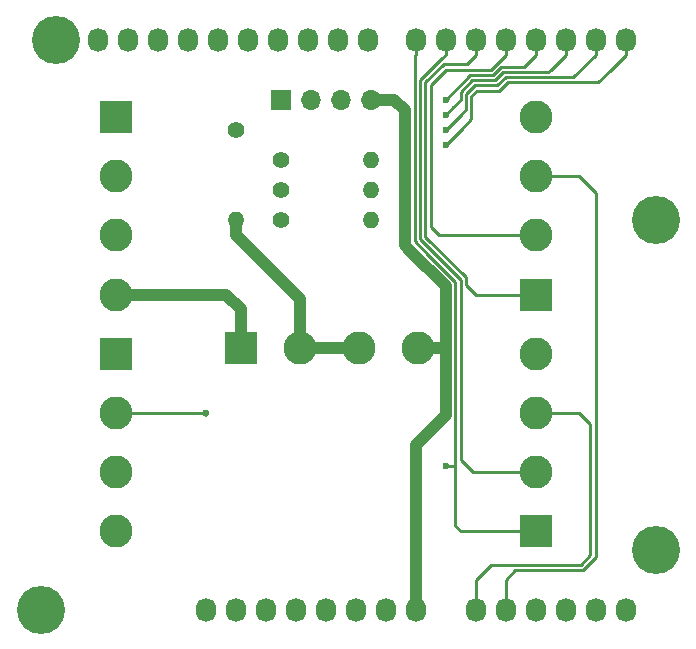
<source format=gbr>
%TF.GenerationSoftware,KiCad,Pcbnew,(5.0.2)-1*%
%TF.CreationDate,2019-01-10T22:37:42-06:00*%
%TF.ProjectId,ArduinoShield,41726475-696e-46f5-9368-69656c642e6b,rev?*%
%TF.SameCoordinates,PX69db1f0PY7882d48*%
%TF.FileFunction,Copper,L1,Top*%
%TF.FilePolarity,Positive*%
%FSLAX46Y46*%
G04 Gerber Fmt 4.6, Leading zero omitted, Abs format (unit mm)*
G04 Created by KiCad (PCBNEW (5.0.2)-1) date 1/10/2019 10:37:42 PM*
%MOMM*%
%LPD*%
G01*
G04 APERTURE LIST*
%ADD10O,1.400000X1.400000*%
%ADD11C,1.400000*%
%ADD12O,1.727200X2.032000*%
%ADD13C,2.800000*%
%ADD14R,2.800000X2.800000*%
%ADD15O,1.700000X1.700000*%
%ADD16R,1.700000X1.700000*%
%ADD17C,4.064000*%
%ADD18C,0.600000*%
%ADD19C,1.000000*%
%ADD20C,0.250000*%
G04 APERTURE END LIST*
D10*
X41910000Y40640000D03*
D11*
X34290000Y40640000D03*
D12*
X18796000Y50800000D03*
X21336000Y50800000D03*
X23876000Y50800000D03*
X26416000Y50800000D03*
X28956000Y50800000D03*
X31496000Y50800000D03*
X34036000Y50800000D03*
X36576000Y50800000D03*
X39116000Y50800000D03*
X41656000Y50800000D03*
X45720000Y50800000D03*
X48260000Y50800000D03*
X50800000Y50800000D03*
X53340000Y50800000D03*
X55880000Y50800000D03*
X58420000Y50800000D03*
X60960000Y50800000D03*
X63500000Y50800000D03*
X27940000Y2540000D03*
X30480000Y2540000D03*
X33020000Y2540000D03*
X35560000Y2540000D03*
X38100000Y2540000D03*
X40640000Y2540000D03*
X43180000Y2540000D03*
X45720000Y2540000D03*
D13*
X55880000Y44210000D03*
X55880000Y39210000D03*
X55880000Y34210000D03*
D14*
X55880000Y29210000D03*
D13*
X45965001Y24724999D03*
X40965001Y24724999D03*
X35965001Y24724999D03*
D14*
X30965001Y24724999D03*
D13*
X20320000Y9210000D03*
X20320000Y14210000D03*
X20320000Y19210000D03*
D14*
X20320000Y24210000D03*
D13*
X55880000Y24210000D03*
X55880000Y19210000D03*
X55880000Y14210000D03*
D14*
X55880000Y9210000D03*
D10*
X30480000Y35560000D03*
D11*
X30480000Y43180000D03*
D15*
X41910000Y45720000D03*
X39370000Y45720000D03*
X36830000Y45720000D03*
D16*
X34290000Y45720000D03*
D10*
X41910000Y38100000D03*
D11*
X34290000Y38100000D03*
D10*
X41910000Y35560000D03*
D11*
X34290000Y35560000D03*
D13*
X20320000Y29210000D03*
X20320000Y34210000D03*
X20320000Y39210000D03*
D14*
X20320000Y44210000D03*
D12*
X63500000Y2540000D03*
X60960000Y2540000D03*
X58420000Y2540000D03*
X55880000Y2540000D03*
X53340000Y2540000D03*
X50800000Y2540000D03*
D17*
X13970000Y2540000D03*
X66040000Y7620000D03*
X15240000Y50800000D03*
X66040000Y35560000D03*
D18*
X48260000Y43180000D03*
X48260000Y41910000D03*
X48260000Y14660010D03*
X48260000Y45720000D03*
X48260000Y44437571D03*
X27940000Y19210000D03*
D19*
X30965001Y24724999D02*
X30965001Y27948999D01*
X29704000Y29210000D02*
X30965001Y27948999D01*
X20320000Y29210000D02*
X29704000Y29210000D01*
D20*
X45720000Y2540000D02*
X45720000Y2692400D01*
X45965001Y24724999D02*
X46395001Y24724999D01*
D19*
X44814960Y44825000D02*
X44814960Y33389070D01*
X43919960Y45720000D02*
X44814960Y44825000D01*
X41910000Y45720000D02*
X43919960Y45720000D01*
X48260000Y24130000D02*
X48260000Y25400000D01*
X48260000Y29944030D02*
X45184030Y33020000D01*
X48260000Y27940000D02*
X48260000Y29944030D01*
X44814960Y33389070D02*
X45184030Y33020000D01*
X45184030Y33020000D02*
X45965001Y32239029D01*
X45720000Y16510000D02*
X48260000Y19050000D01*
X45720000Y16510000D02*
X45720000Y2540000D01*
X48260000Y19050000D02*
X48260000Y24130000D01*
X48219999Y24724999D02*
X48260000Y24765000D01*
X45965001Y24724999D02*
X48219999Y24724999D01*
X48260000Y27940000D02*
X48260000Y24765000D01*
X48260000Y24765000D02*
X48260000Y24130000D01*
D20*
X60960000Y50800000D02*
X60960000Y50647600D01*
X48260000Y43180000D02*
X48260000Y43180000D01*
X49530000Y44450000D02*
X48260000Y43180000D01*
X60960000Y49530000D02*
X59043980Y47613980D01*
X60960000Y50800000D02*
X60960000Y49530000D01*
X59043980Y47613980D02*
X53333210Y47613980D01*
X49980010Y44900010D02*
X49530000Y44450000D01*
X53333210Y47613980D02*
X52629203Y46909973D01*
X52629203Y46909973D02*
X50722792Y46909972D01*
X49980010Y46167190D02*
X49980010Y44900010D01*
X50722792Y46909972D02*
X49980010Y46167190D01*
X63500000Y50647600D02*
X63500000Y50800000D01*
X48260000Y41910000D02*
X48260000Y41910000D01*
X63500000Y50800000D02*
X63500000Y49530000D01*
X63500000Y49530000D02*
X62230000Y48260000D01*
X53345640Y46990000D02*
X53342820Y46987180D01*
X50430020Y45980790D02*
X50430020Y44080020D01*
X49530000Y43180000D02*
X48260000Y41910000D01*
X59230381Y47163971D02*
X53519611Y47163971D01*
X50430020Y44080020D02*
X49530000Y43180000D01*
X53519611Y47163971D02*
X52815604Y46459964D01*
X52815604Y46459964D02*
X50909194Y46459964D01*
X50909194Y46459964D02*
X50430020Y45980790D01*
X61133971Y47163971D02*
X62230000Y48260000D01*
X59230381Y47163971D02*
X61133971Y47163971D01*
D19*
X35965001Y24724999D02*
X40965001Y24724999D01*
X30480000Y34290000D02*
X30480000Y35560000D01*
X30480000Y34290000D02*
X35965001Y28804999D01*
X35965001Y24724999D02*
X35965001Y28804999D01*
D20*
X45639970Y49449970D02*
X45720000Y49530000D01*
X45639970Y33730800D02*
X45639970Y49449970D01*
X45720000Y49530000D02*
X45720000Y50800000D01*
X46800779Y32569991D02*
X45639970Y33730800D01*
X55880000Y9210000D02*
X54230000Y9210000D01*
X54230000Y9210000D02*
X53340000Y9210000D01*
X53340000Y9210000D02*
X53020000Y9210000D01*
X49530000Y9210000D02*
X53340000Y9210000D01*
X49085010Y9654990D02*
X49530000Y9210000D01*
X46800779Y32569991D02*
X49085010Y30285760D01*
X49085010Y30285760D02*
X49085010Y14605000D01*
X49085010Y14605000D02*
X49085010Y9654990D01*
X49030000Y14660010D02*
X49085010Y14605000D01*
X48260000Y14660010D02*
X49030000Y14660010D01*
X53975000Y14210000D02*
X55880000Y14210000D01*
X50560000Y14210000D02*
X53975000Y14210000D01*
X49535020Y15234980D02*
X50560000Y14210000D01*
X49535020Y30472160D02*
X49535020Y15234980D01*
X48260000Y50800000D02*
X48260000Y49530000D01*
X47948010Y49218010D02*
X47945190Y49218010D01*
X47945190Y49218010D02*
X46089980Y47362800D01*
X46089980Y47362800D02*
X46089980Y33917200D01*
X48260000Y49530000D02*
X47948010Y49218010D01*
X46089980Y33917200D02*
X49535020Y30472160D01*
X55880000Y29210000D02*
X54610000Y29210000D01*
X50800000Y29210000D02*
X53340000Y29210000D01*
X53340000Y29210000D02*
X55880000Y29210000D01*
X49985030Y30024970D02*
X50800000Y29210000D01*
X49985030Y30658560D02*
X49985030Y30024970D01*
X50800000Y49530000D02*
X50038000Y48768000D01*
X50800000Y50800000D02*
X50800000Y49530000D01*
X50038000Y48768000D02*
X48131590Y48768000D01*
X48131590Y48768000D02*
X46539990Y47176400D01*
X46539990Y47176400D02*
X46539990Y34103600D01*
X46539990Y34103600D02*
X49985030Y30658560D01*
X55880000Y34290000D02*
X55880000Y34210000D01*
X53340000Y50800000D02*
X53340000Y49530000D01*
X53340000Y49530000D02*
X52070000Y48260000D01*
X49784000Y48260000D02*
X52070000Y48260000D01*
X49784000Y48260000D02*
X50800000Y48260000D01*
X48260000Y48260000D02*
X49784000Y48260000D01*
X46990000Y46990000D02*
X48260000Y48260000D01*
X46990000Y34925000D02*
X46990000Y46990000D01*
X47705000Y34210000D02*
X46990000Y34925000D01*
X55880000Y34210000D02*
X47705000Y34210000D01*
X48260000Y45720000D02*
X48260000Y45720000D01*
X55880000Y49530000D02*
X55880000Y50800000D01*
X54864000Y48514000D02*
X55880000Y49530000D01*
X52960410Y48514000D02*
X54864000Y48514000D01*
X52256401Y47809991D02*
X52960410Y48514000D01*
X50349990Y47809990D02*
X52256401Y47809991D01*
X48260000Y45720000D02*
X50349990Y47809990D01*
X58420000Y50800000D02*
X58420000Y50647600D01*
X58420000Y49530000D02*
X58420000Y50800000D01*
X48260000Y44437571D02*
X48260000Y44437571D01*
X48885001Y45062572D02*
X48885001Y45075001D01*
X48260000Y44437571D02*
X48885001Y45062572D01*
X48885001Y45075001D02*
X49530000Y45720000D01*
X49530000Y45720000D02*
X49530000Y46353590D01*
X56953990Y48063990D02*
X57150000Y48260000D01*
X53146810Y48063990D02*
X56953990Y48063990D01*
X57150000Y48260000D02*
X58420000Y49530000D01*
X50536392Y47359982D02*
X49530000Y46353590D01*
X52442802Y47359982D02*
X50536392Y47359982D01*
X53146810Y48063990D02*
X52442802Y47359982D01*
X60509990Y18230010D02*
X60509990Y7169990D01*
X60509990Y7169990D02*
X59690000Y6350000D01*
X50800000Y5080000D02*
X50800000Y2540000D01*
X59690000Y6350000D02*
X52070000Y6350000D01*
X52070000Y6350000D02*
X50800000Y5080000D01*
X59530000Y19210000D02*
X59720000Y19020000D01*
X55880000Y19210000D02*
X59530000Y19210000D01*
X59596000Y19144000D02*
X59720000Y19020000D01*
X59720000Y19020000D02*
X60509990Y18230010D01*
X53340000Y2692400D02*
X53340000Y2540000D01*
X59530000Y39210000D02*
X55880000Y39210000D01*
X53340000Y2540000D02*
X53340000Y5080000D01*
X53340000Y5080000D02*
X54159990Y5899990D01*
X54159990Y5899990D02*
X59876401Y5899991D01*
X59876401Y5899991D02*
X60960000Y6983590D01*
X60960000Y6983590D02*
X60960000Y37780000D01*
X60960000Y37780000D02*
X59530000Y39210000D01*
X27780000Y19210000D02*
X27940000Y19050000D01*
X27940000Y19210000D02*
X20320000Y19210000D01*
M02*

</source>
